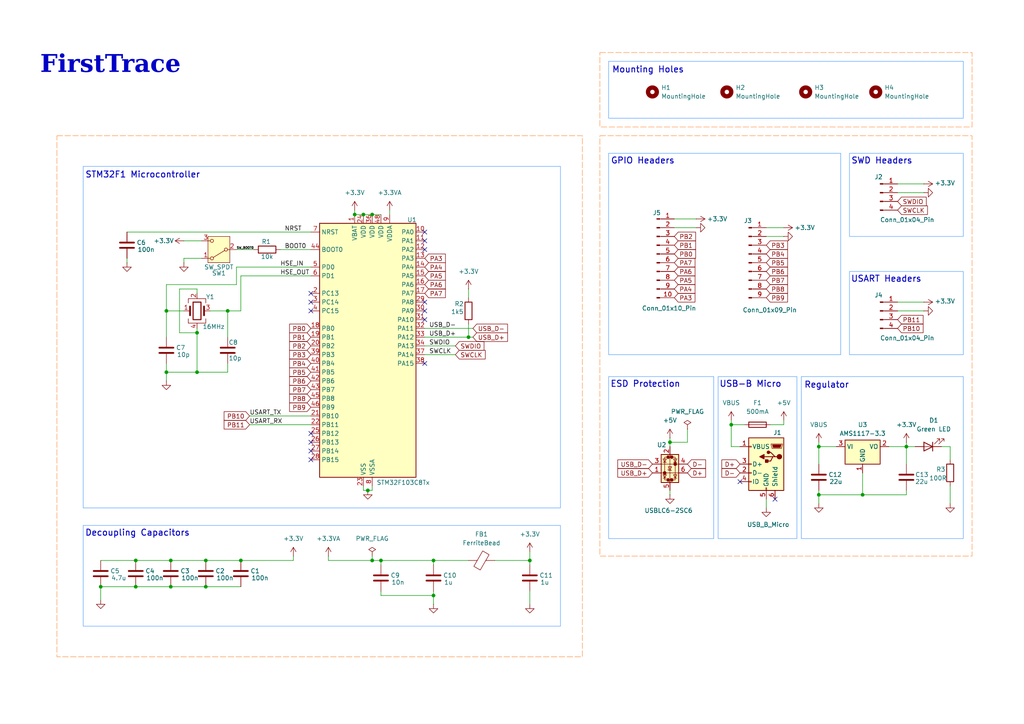
<source format=kicad_sch>
(kicad_sch (version 20231120) (generator "eeschema") (generator_version "8.0")
  (paper "A4")
  (title_block (title "FirstTrace STM32 PCB") (date "2024-10-12") (rev "1.0") (company "Nikolaos Isaak Bitsikas"))
  (lib_symbols
    (symbol "Connector:Conn_01x04_Pin" (pin_names (offset 1.016) hide)
      (property "Reference" "J" (at 0 5.08 0))
      (property "Value" "Conn_01x04_Pin" (at 0 -7.62 0))
      (symbol "Conn_01x04_Pin_1_1"
        (pin passive line (at 5.08 2.54 180) (length 3.81) (name "Pin_1") (number "1"))
        (pin passive line (at 5.08 0 180) (length 3.81) (name "Pin_2") (number "2"))
        (pin passive line (at 5.08 -2.54 180) (length 3.81) (name "Pin_3") (number "3"))
        (pin passive line (at 5.08 -5.08 180) (length 3.81) (name "Pin_4") (number "4"))
      )
    )
    (symbol "Connector:Conn_01x09_Pin" (pin_names (offset 1.016) hide)
      (property "Reference" "J" (at 0 12.7 0))
      (property "Value" "Conn_01x09_Pin" (at 0 -12.7 0))
      (symbol "Conn_01x09_Pin_1_1"
        (pin passive line (at 5.08 10.16 180) (length 3.81) (name "Pin_1") (number "1"))
        (pin passive line (at 5.08 7.62 180) (length 3.81) (name "Pin_2") (number "2"))
        (pin passive line (at 5.08 5.08 180) (length 3.81) (name "Pin_3") (number "3"))
        (pin passive line (at 5.08 2.54 180) (length 3.81) (name "Pin_4") (number "4"))
        (pin passive line (at 5.08 0 180) (length 3.81) (name "Pin_5") (number "5"))
        (pin passive line (at 5.08 -2.54 180) (length 3.81) (name "Pin_6") (number "6"))
        (pin passive line (at 5.08 -5.08 180) (length 3.81) (name "Pin_7") (number "7"))
        (pin passive line (at 5.08 -7.62 180) (length 3.81) (name "Pin_8") (number "8"))
        (pin passive line (at 5.08 -10.16 180) (length 3.81) (name "Pin_9") (number "9"))
      )
    )
    (symbol "Connector:Conn_01x10_Pin" (pin_names (offset 1.016) hide)
      (property "Reference" "J" (at 0 12.7 0))
      (property "Value" "Conn_01x10_Pin" (at 0 -15.24 0))
      (symbol "Conn_01x10_Pin_1_1"
        (pin passive line (at 5.08 10.16 180) (length 3.81) (name "Pin_1") (number "1"))
        (pin passive line (at 5.08 -12.7 180) (length 3.81) (name "Pin_10") (number "10"))
        (pin passive line (at 5.08 7.62 180) (length 3.81) (name "Pin_2") (number "2"))
        (pin passive line (at 5.08 5.08 180) (length 3.81) (name "Pin_3") (number "3"))
        (pin passive line (at 5.08 2.54 180) (length 3.81) (name "Pin_4") (number "4"))
        (pin passive line (at 5.08 0 180) (length 3.81) (name "Pin_5") (number "5"))
        (pin passive line (at 5.08 -2.54 180) (length 3.81) (name "Pin_6") (number "6"))
        (pin passive line (at 5.08 -5.08 180) (length 3.81) (name "Pin_7") (number "7"))
        (pin passive line (at 5.08 -7.62 180) (length 3.81) (name "Pin_8") (number "8"))
        (pin passive line (at 5.08 -10.16 180) (length 3.81) (name "Pin_9") (number "9"))
      )
    )
    (symbol "Connector:USB_B_Micro" (pin_names (offset 1.016))
      (property "Reference" "J" (at -5.08 11.43 0))
      (property "Value" "USB_B_Micro" (at -5.08 8.89 0))
      (symbol "USB_B_Micro_1_1"
        (pin power_out line (at 7.62 5.08 180) (length 2.54) (name "VBUS") (number "1"))
        (pin bidirectional line (at 7.62 -2.54 180) (length 2.54) (name "D-") (number "2"))
        (pin bidirectional line (at 7.62 0 180) (length 2.54) (name "D+") (number "3"))
        (pin passive line (at 7.62 -5.08 180) (length 2.54) (name "ID") (number "4"))
        (pin power_out line (at 0 -10.16 90) (length 2.54) (name "GND") (number "5"))
        (pin passive line (at -2.54 -10.16 90) (length 2.54) (name "Shield") (number "6"))
      )
    )
    (symbol "Device:C" (pin_numbers hide) (pin_names (offset 0.254))
      (property "Reference" "C" (at 0.635 2.54 0))
      (property "Value" "C" (at 0.635 -2.54 0))
      (symbol "C_1_1"
        (pin passive line (at 0 3.81 270) (length 2.794) (name "~") (number "1"))
        (pin passive line (at 0 -3.81 90) (length 2.794) (name "~") (number "2"))
      )
    )
    (symbol "Device:Crystal_GND24" (pin_names (offset 1.016) hide)
      (property "Reference" "Y" (at 3.175 5.08 0))
      (property "Value" "Crystal_GND24" (at 3.175 3.175 0))
      (symbol "Crystal_GND24_1_1"
        (pin passive line (at -3.81 0 0) (length 1.27) (name "1") (number "1"))
        (pin passive line (at 0 5.08 270) (length 1.27) (name "2") (number "2"))
        (pin passive line (at 3.81 0 180) (length 1.27) (name "3") (number "3"))
        (pin passive line (at 0 -5.08 90) (length 1.27) (name "4") (number "4"))
      )
    )
    (symbol "Device:FerriteBead" (pin_numbers hide) (pin_names (offset 0))
      (property "Reference" "FB" (at -3.81 0.635 90))
      (property "Value" "FerriteBead" (at 3.81 0 90))
      (symbol "FerriteBead_1_1"
        (pin passive line (at 0 3.81 270) (length 2.54) (name "~") (number "1"))
        (pin passive line (at 0 -3.81 90) (length 2.54) (name "~") (number "2"))
      )
    )
    (symbol "Device:Fuse" (pin_numbers hide) (pin_names (offset 0))
      (property "Reference" "F" (at 2.032 0 90))
      (property "Value" "Fuse" (at -1.905 0 90))
      (symbol "Fuse_1_1"
        (pin passive line (at 0 3.81 270) (length 1.27) (name "~") (number "1"))
        (pin passive line (at 0 -3.81 90) (length 1.27) (name "~") (number "2"))
      )
    )
    (symbol "Device:LED" (pin_numbers hide) (pin_names (offset 1.016) hide)
      (property "Reference" "D" (at 0 2.54 0))
      (property "Value" "LED" (at 0 -2.54 0))
      (symbol "LED_1_1"
        (pin passive line (at -3.81 0 0) (length 2.54) (name "K") (number "1"))
        (pin passive line (at 3.81 0 180) (length 2.54) (name "A") (number "2"))
      )
    )
    (symbol "Device:R" (pin_numbers hide) (pin_names (offset 0))
      (property "Reference" "R" (at 2.032 0 90))
      (property "Value" "R" (at 0 0 90))
      (symbol "R_1_1"
        (pin passive line (at 0 3.81 270) (length 1.27) (name "~") (number "1"))
        (pin passive line (at 0 -3.81 90) (length 1.27) (name "~") (number "2"))
      )
    )
    (symbol "MCU_ST_STM32F1:STM32F103C8Tx"
      (property "Reference" "U" (at -12.7 39.37 0))
      (property "Value" "STM32F103C8Tx" (at 10.16 39.37 0))
      (symbol "STM32F103C8Tx_1_1"
        (pin power_in line (at -2.54 40.64 270) (length 2.54) (name "VBAT") (number "1"))
        (pin bidirectional line (at 17.78 35.56 180) (length 2.54) (name "PA0") (number "10"))
        (pin bidirectional line (at 17.78 33.02 180) (length 2.54) (name "PA1") (number "11"))
        (pin bidirectional line (at 17.78 30.48 180) (length 2.54) (name "PA2") (number "12"))
        (pin bidirectional line (at 17.78 27.94 180) (length 2.54) (name "PA3") (number "13"))
        (pin bidirectional line (at 17.78 25.4 180) (length 2.54) (name "PA4") (number "14"))
        (pin bidirectional line (at 17.78 22.86 180) (length 2.54) (name "PA5") (number "15"))
        (pin bidirectional line (at 17.78 20.32 180) (length 2.54) (name "PA6") (number "16"))
        (pin bidirectional line (at 17.78 17.78 180) (length 2.54) (name "PA7") (number "17"))
        (pin bidirectional line (at -15.24 7.62 0) (length 2.54) (name "PB0") (number "18"))
        (pin bidirectional line (at -15.24 5.08 0) (length 2.54) (name "PB1") (number "19"))
        (pin bidirectional line (at -15.24 17.78 0) (length 2.54) (name "PC13") (number "2"))
        (pin bidirectional line (at -15.24 2.54 0) (length 2.54) (name "PB2") (number "20"))
        (pin bidirectional line (at -15.24 -17.78 0) (length 2.54) (name "PB10") (number "21"))
        (pin bidirectional line (at -15.24 -20.32 0) (length 2.54) (name "PB11") (number "22"))
        (pin power_in line (at 0 -38.1 90) (length 2.54) (name "VSS") (number "23"))
        (pin power_in line (at 0 40.64 270) (length 2.54) (name "VDD") (number "24"))
        (pin bidirectional line (at -15.24 -22.86 0) (length 2.54) (name "PB12") (number "25"))
        (pin bidirectional line (at -15.24 -25.4 0) (length 2.54) (name "PB13") (number "26"))
        (pin bidirectional line (at -15.24 -27.94 0) (length 2.54) (name "PB14") (number "27"))
        (pin bidirectional line (at -15.24 -30.48 0) (length 2.54) (name "PB15") (number "28"))
        (pin bidirectional line (at 17.78 15.24 180) (length 2.54) (name "PA8") (number "29"))
        (pin bidirectional line (at -15.24 15.24 0) (length 2.54) (name "PC14") (number "3"))
        (pin bidirectional line (at 17.78 12.7 180) (length 2.54) (name "PA9") (number "30"))
        (pin bidirectional line (at 17.78 10.16 180) (length 2.54) (name "PA10") (number "31"))
        (pin bidirectional line (at 17.78 7.62 180) (length 2.54) (name "PA11") (number "32"))
        (pin bidirectional line (at 17.78 5.08 180) (length 2.54) (name "PA12") (number "33"))
        (pin bidirectional line (at 17.78 2.54 180) (length 2.54) (name "PA13") (number "34"))
        (pin passive line (at 0 -38.1 90) (length 2.54) hide (name "VSS") (number "35"))
        (pin power_in line (at 2.54 40.64 270) (length 2.54) (name "VDD") (number "36"))
        (pin bidirectional line (at 17.78 0 180) (length 2.54) (name "PA14") (number "37"))
        (pin bidirectional line (at 17.78 -2.54 180) (length 2.54) (name "PA15") (number "38"))
        (pin bidirectional line (at -15.24 0 0) (length 2.54) (name "PB3") (number "39"))
        (pin bidirectional line (at -15.24 12.7 0) (length 2.54) (name "PC15") (number "4"))
        (pin bidirectional line (at -15.24 -2.54 0) (length 2.54) (name "PB4") (number "40"))
        (pin bidirectional line (at -15.24 -5.08 0) (length 2.54) (name "PB5") (number "41"))
        (pin bidirectional line (at -15.24 -7.62 0) (length 2.54) (name "PB6") (number "42"))
        (pin bidirectional line (at -15.24 -10.16 0) (length 2.54) (name "PB7") (number "43"))
        (pin input line (at -15.24 30.48 0) (length 2.54) (name "BOOT0") (number "44"))
        (pin bidirectional line (at -15.24 -12.7 0) (length 2.54) (name "PB8") (number "45"))
        (pin bidirectional line (at -15.24 -15.24 0) (length 2.54) (name "PB9") (number "46"))
        (pin passive line (at 0 -38.1 90) (length 2.54) hide (name "VSS") (number "47"))
        (pin power_in line (at 5.08 40.64 270) (length 2.54) (name "VDD") (number "48"))
        (pin bidirectional line (at -15.24 25.4 0) (length 2.54) (name "PD0") (number "5"))
        (pin bidirectional line (at -15.24 22.86 0) (length 2.54) (name "PD1") (number "6"))
        (pin input line (at -15.24 35.56 0) (length 2.54) (name "NRST") (number "7"))
        (pin power_in line (at 2.54 -38.1 90) (length 2.54) (name "VSSA") (number "8"))
        (pin power_in line (at 7.62 40.64 270) (length 2.54) (name "VDDA") (number "9"))
      )
    )
    (symbol "Mechanical:MountingHole" (pin_names (offset 1.016)) (exclude_from_sim yes) (in_bom no)
      (property "Reference" "H" (at 0 5.08 0))
      (property "Value" "MountingHole" (at 0 3.175 0))
    )
    (symbol "Power_Protection:USBLC6-2SC6" (pin_names hide)
      (property "Reference" "U" (at 0.635 5.715 0))
      (property "Value" "USBLC6-2SC6" (at 0.635 3.81 0))
      (symbol "USBLC6-2SC6_1_1"
        (pin passive line (at -5.08 0 0) (length 2.54) (name "I/O1") (number "1"))
        (pin passive line (at 0 -7.62 90) (length 2.54) (name "GND") (number "2"))
        (pin passive line (at -5.08 -2.54 0) (length 2.54) (name "I/O2") (number "3"))
        (pin passive line (at 5.08 -2.54 180) (length 2.54) (name "I/O2") (number "4"))
        (pin passive line (at 0 5.08 270) (length 2.54) (name "VBUS") (number "5"))
        (pin passive line (at 5.08 0 180) (length 2.54) (name "I/O1") (number "6"))
      )
    )
    (symbol "Regulator_Linear:AMS1117-3.3"
      (property "Reference" "U" (at -3.81 3.175 0))
      (property "Value" "AMS1117-3.3" (at 0 3.175 0))
      (symbol "AMS1117-3.3_1_1"
        (pin power_in line (at 0 -7.62 90) (length 2.54) (name "GND") (number "1"))
        (pin power_out line (at 7.62 0 180) (length 2.54) (name "VO") (number "2"))
        (pin power_in line (at -7.62 0 0) (length 2.54) (name "VI") (number "3"))
      )
    )
    (symbol "Switch:SW_SPDT" (pin_names (offset 0) hide)
      (property "Reference" "SW" (at 0 5.08 0))
      (property "Value" "SW_SPDT" (at 0 -5.08 0))
      (symbol "SW_SPDT_1_1"
        (pin passive line (at 5.08 2.54 180) (length 2.54) (name "A") (number "1"))
        (pin passive line (at -5.08 0 0) (length 2.54) (name "B") (number "2"))
        (pin passive line (at 5.08 -2.54 180) (length 2.54) (name "C") (number "3"))
      )
    )
    (symbol "power:+3.3V" (power) (pin_numbers hide) (pin_names (offset 0) hide)
      (property "Value" "+3.3V" (at 0 3.556 0))
      (symbol "+3.3V_1_1"
        (pin power_in line (at 0 0 90) (length 0) (name "~") (number "1"))
      )
    )
    (symbol "power:+3.3VA" (power) (pin_numbers hide) (pin_names (offset 0) hide)
      (property "Value" "+3.3VA" (at 0 3.556 0))
      (symbol "+3.3VA_1_1"
        (pin power_in line (at 0 0 90) (length 0) (name "~") (number "1"))
      )
    )
    (symbol "power:+5V" (power) (pin_numbers hide) (pin_names (offset 0) hide)
      (property "Value" "+5V" (at 0 3.556 0))
      (symbol "+5V_1_1"
        (pin power_in line (at 0 0 90) (length 0) (name "~") (number "1"))
      )
    )
    (symbol "power:GND" (power) (pin_numbers hide) (pin_names (offset 0) hide)
      (property "Value" "GND" (at 0 -3.81 0))
      (symbol "GND_1_1"
        (pin power_in line (at 0 0 270) (length 0) (name "~") (number "1"))
      )
    )
    (symbol "power:PWR_FLAG" (power) (pin_numbers hide) (pin_names (offset 0) hide)
      (property "Value" "PWR_FLAG" (at 0 3.81 0))
      (symbol "PWR_FLAG_0_0"
        (pin power_out line (at 0 0 90) (length 0) (name "~") (number "1"))
      )
    )
    (symbol "power:VBUS" (power) (pin_numbers hide) (pin_names (offset 0) hide)
      (property "Value" "VBUS" (at 0 3.556 0))
      (symbol "VBUS_1_1"
        (pin power_in line (at 0 0 90) (length 0) (name "~") (number "1"))
      )
    )
  )
  (junction (at 49.53 162.56))
  (junction (at 237.49 143.51))
  (junction (at 105.41 62.23))
  (junction (at 194.31 128.27))
  (junction (at 135.89 97.79))
  (junction (at 262.89 129.54))
  (junction (at 125.73 172.72))
  (junction (at 59.69 170.18))
  (junction (at 106.68 142.24))
  (junction (at 66.04 90.17))
  (junction (at 39.37 162.56))
  (junction (at 57.15 96.52))
  (junction (at 48.26 90.17))
  (junction (at 250.19 143.51))
  (junction (at 107.95 62.23))
  (junction (at 237.49 129.54))
  (junction (at 125.73 162.56))
  (junction (at 102.87 62.23))
  (junction (at 59.69 162.56))
  (junction (at 39.37 170.18))
  (junction (at 48.26 107.95))
  (junction (at 29.21 170.18))
  (junction (at 212.09 123.19))
  (junction (at 110.49 162.56))
  (junction (at 153.67 162.56))
  (junction (at 69.85 162.56))
  (junction (at 107.95 162.56))
  (junction (at 49.53 170.18))
  (junction (at 57.15 107.95))
  (no_connect (at 90.17 90.17))
  (no_connect (at 214.63 139.7))
  (no_connect (at 123.19 92.71))
  (no_connect (at 123.19 67.31))
  (no_connect (at 90.17 85.09))
  (no_connect (at 224.79 144.78))
  (no_connect (at 123.19 72.39))
  (no_connect (at 90.17 125.73))
  (no_connect (at 90.17 133.35))
  (no_connect (at 90.17 87.63))
  (no_connect (at 123.19 105.41))
  (no_connect (at 90.17 128.27))
  (no_connect (at 90.17 130.81))
  (no_connect (at 123.19 87.63))
  (no_connect (at 123.19 69.85))
  (no_connect (at 123.19 90.17))
  (wire (pts (xy 53.34 69.85) (xy 58.42 69.85)))
  (wire (pts (xy 53.34 90.17) (xy 48.26 90.17)))
  (wire (pts (xy 107.95 161.29) (xy 107.95 162.56)))
  (wire (pts (xy 135.89 97.79) (xy 137.16 97.79)))
  (wire (pts (xy 227.33 121.92) (xy 227.33 123.19)))
  (wire (pts (xy 199.39 128.27) (xy 194.31 128.27)))
  (wire (pts (xy 262.89 142.24) (xy 262.89 143.51)))
  (wire (pts (xy 250.19 137.16) (xy 250.19 143.51)))
  (wire (pts (xy 69.85 80.01) (xy 90.17 80.01)))
  (wire (pts (xy 237.49 128.27) (xy 237.49 129.54)))
  (wire (pts (xy 48.26 105.41) (xy 48.26 107.95)))
  (wire (pts (xy 135.89 93.98) (xy 135.89 97.79)))
  (wire (pts (xy 125.73 162.56) (xy 135.89 162.56)))
  (wire (pts (xy 107.95 142.24) (xy 106.68 142.24)))
  (wire (pts (xy 110.49 162.56) (xy 125.73 162.56)))
  (wire (pts (xy 275.59 140.97) (xy 275.59 146.05)))
  (wire (pts (xy 95.25 162.56) (xy 107.95 162.56)))
  (wire (pts (xy 194.31 127) (xy 194.31 128.27)))
  (wire (pts (xy 72.39 123.19) (xy 90.17 123.19)))
  (wire (pts (xy 102.87 62.23) (xy 105.41 62.23)))
  (wire (pts (xy 29.21 170.18) (xy 39.37 170.18)))
  (wire (pts (xy 195.58 66.04) (xy 201.93 66.04)))
  (wire (pts (xy 250.19 143.51) (xy 237.49 143.51)))
  (wire (pts (xy 125.73 172.72) (xy 125.73 175.26)))
  (wire (pts (xy 105.41 142.24) (xy 106.68 142.24)))
  (wire (pts (xy 153.67 171.45) (xy 153.67 175.26)))
  (wire (pts (xy 123.19 97.79) (xy 135.89 97.79)))
  (wire (pts (xy 57.15 95.25) (xy 57.15 96.52)))
  (wire (pts (xy 107.95 162.56) (xy 110.49 162.56)))
  (wire (pts (xy 212.09 123.19) (xy 212.09 129.54)))
  (wire (pts (xy 68.58 72.39) (xy 73.66 72.39)))
  (wire (pts (xy 267.97 53.34) (xy 260.35 53.34)))
  (wire (pts (xy 143.51 162.56) (xy 153.67 162.56)))
  (wire (pts (xy 267.97 87.63) (xy 260.35 87.63)))
  (wire (pts (xy 52.07 83.82) (xy 57.15 83.82)))
  (wire (pts (xy 125.73 163.83) (xy 125.73 162.56)))
  (wire (pts (xy 227.33 123.19) (xy 223.52 123.19)))
  (wire (pts (xy 105.41 62.23) (xy 107.95 62.23)))
  (wire (pts (xy 110.49 172.72) (xy 125.73 172.72)))
  (wire (pts (xy 53.34 74.93) (xy 53.34 76.2)))
  (wire (pts (xy 66.04 107.95) (xy 57.15 107.95)))
  (wire (pts (xy 212.09 121.92) (xy 212.09 123.19)))
  (wire (pts (xy 68.58 77.47) (xy 68.58 82.55)))
  (wire (pts (xy 81.28 72.39) (xy 90.17 72.39)))
  (wire (pts (xy 59.69 162.56) (xy 69.85 162.56)))
  (wire (pts (xy 153.67 160.02) (xy 153.67 162.56)))
  (wire (pts (xy 85.09 161.29) (xy 85.09 162.56)))
  (wire (pts (xy 135.89 83.82) (xy 135.89 86.36)))
  (wire (pts (xy 123.19 102.87) (xy 132.08 102.87)))
  (wire (pts (xy 29.21 170.18) (xy 29.21 173.99)))
  (wire (pts (xy 212.09 123.19) (xy 215.9 123.19)))
  (wire (pts (xy 57.15 96.52) (xy 57.15 107.95)))
  (wire (pts (xy 262.89 128.27) (xy 262.89 129.54)))
  (wire (pts (xy 262.89 129.54) (xy 262.89 134.62)))
  (wire (pts (xy 222.25 66.04) (xy 227.33 66.04)))
  (wire (pts (xy 260.35 90.17) (xy 267.97 90.17)))
  (wire (pts (xy 57.15 85.09) (xy 57.15 83.82)))
  (wire (pts (xy 262.89 129.54) (xy 265.43 129.54)))
  (wire (pts (xy 48.26 82.55) (xy 68.58 82.55)))
  (wire (pts (xy 105.41 140.97) (xy 105.41 142.24)))
  (wire (pts (xy 195.58 63.5) (xy 201.93 63.5)))
  (wire (pts (xy 242.57 129.54) (xy 237.49 129.54)))
  (wire (pts (xy 107.95 140.97) (xy 107.95 142.24)))
  (wire (pts (xy 123.19 95.25) (xy 137.16 95.25)))
  (wire (pts (xy 273.05 129.54) (xy 275.59 129.54)))
  (wire (pts (xy 66.04 90.17) (xy 66.04 97.79)))
  (wire (pts (xy 36.83 67.31) (xy 90.17 67.31)))
  (wire (pts (xy 212.09 129.54) (xy 214.63 129.54)))
  (wire (pts (xy 194.31 142.24) (xy 194.31 143.51)))
  (wire (pts (xy 110.49 172.72) (xy 110.49 171.45)))
  (wire (pts (xy 262.89 143.51) (xy 250.19 143.51)))
  (wire (pts (xy 69.85 90.17) (xy 69.85 80.01)))
  (wire (pts (xy 60.96 90.17) (xy 66.04 90.17)))
  (wire (pts (xy 257.81 129.54) (xy 262.89 129.54)))
  (wire (pts (xy 52.07 96.52) (xy 57.15 96.52)))
  (wire (pts (xy 72.39 120.65) (xy 90.17 120.65)))
  (wire (pts (xy 110.49 163.83) (xy 110.49 162.56)))
  (wire (pts (xy 123.19 100.33) (xy 132.08 100.33)))
  (wire (pts (xy 48.26 82.55) (xy 48.26 90.17)))
  (wire (pts (xy 39.37 162.56) (xy 49.53 162.56)))
  (wire (pts (xy 102.87 60.96) (xy 102.87 62.23)))
  (wire (pts (xy 48.26 107.95) (xy 48.26 110.49)))
  (wire (pts (xy 66.04 90.17) (xy 69.85 90.17)))
  (wire (pts (xy 222.25 68.58) (xy 227.33 68.58)))
  (wire (pts (xy 57.15 107.95) (xy 48.26 107.95)))
  (wire (pts (xy 194.31 128.27) (xy 194.31 129.54)))
  (wire (pts (xy 125.73 171.45) (xy 125.73 172.72)))
  (wire (pts (xy 237.49 143.51) (xy 237.49 146.05)))
  (wire (pts (xy 48.26 90.17) (xy 48.26 97.79)))
  (wire (pts (xy 107.95 62.23) (xy 110.49 62.23)))
  (wire (pts (xy 95.25 161.29) (xy 95.25 162.56)))
  (wire (pts (xy 52.07 83.82) (xy 52.07 96.52)))
  (wire (pts (xy 275.59 129.54) (xy 275.59 133.35)))
  (wire (pts (xy 29.21 162.56) (xy 39.37 162.56)))
  (wire (pts (xy 237.49 142.24) (xy 237.49 143.51)))
  (wire (pts (xy 237.49 129.54) (xy 237.49 134.62)))
  (wire (pts (xy 39.37 170.18) (xy 49.53 170.18)))
  (wire (pts (xy 53.34 74.93) (xy 58.42 74.93)))
  (wire (pts (xy 113.03 60.96) (xy 113.03 62.23)))
  (wire (pts (xy 69.85 162.56) (xy 85.09 162.56)))
  (wire (pts (xy 66.04 105.41) (xy 66.04 107.95)))
  (wire (pts (xy 49.53 162.56) (xy 59.69 162.56)))
  (wire (pts (xy 199.39 124.46) (xy 199.39 128.27)))
  (wire (pts (xy 49.53 170.18) (xy 59.69 170.18)))
  (wire (pts (xy 90.17 77.47) (xy 68.58 77.47)))
  (wire (pts (xy 153.67 163.83) (xy 153.67 162.56)))
  (wire (pts (xy 59.69 170.18) (xy 69.85 170.18)))
  (wire (pts (xy 260.35 55.88) (xy 267.97 55.88)))
  (wire (pts (xy 222.25 144.78) (xy 222.25 147.32)))
  (wire (pts (xy 36.83 74.93) (xy 36.83 76.2)))
  (rectangle (start 246.38 44.45) (end 279.4 68.58) (stroke (width 0) (color 90 162 255 1)))
  (rectangle (start 232.41 109.22) (end 279.4 156.21) (stroke (width 0) (color 90 162 255 1)))
  (rectangle (start 16.51 39.37) (end 168.91 190.5) (stroke (width 0) (type dash) (color 255 148 70 1)))
  (rectangle (start 173.99 39.37) (end 281.94 161.29) (stroke (width 0) (type dash) (color 255 148 70 1)))
  (rectangle (start 176.53 17.78) (end 279.4 34.29) (stroke (width 0) (color 90 162 255 1)))
  (rectangle (start 208.28 109.22) (end 231.14 156.21) (stroke (width 0) (color 90 162 255 1)))
  (rectangle (start 176.53 109.22) (end 207.01 156.21) (stroke (width 0) (color 90 162 255 1)))
  (rectangle (start 246.38 78.74) (end 279.4 102.87) (stroke (width 0) (color 90 162 255 1)))
  (rectangle (start 173.99 15.24) (end 281.94 36.83) (stroke (width 0) (type dash) (color 255 148 70 1)))
  (rectangle (start 24.13 48.26) (end 162.56 147.32) (stroke (width 0) (color 90 162 255 1)))
  (rectangle (start 24.13 152.4) (end 162.56 181.61) (stroke (width 0) (color 90 162 255 1)))
  (rectangle (start 176.53 44.45) (end 243.84 102.87) (stroke (width 0) (color 90 162 255 1)))
  (text "FirstTrace " (at 33.274 20.32 0) (effects (font (size 5.08 5.08) (thickness 0.254) (bold yes))))
  (text "STM32F1 Microcontroller" (at 41.402 50.8 0) (effects (font (size 1.778 1.778) (thickness 0.254) (bold yes))))
  (text "SWD Headers" (at 255.778 46.736 0) (effects (font (size 1.778 1.778) (thickness 0.254) (bold yes))))
  (text "USART Headers" (at 257.048 81.026 0) (effects (font (size 1.778 1.778) (thickness 0.254) (bold yes))))
  (text "GPIO Headers" (at 186.436 46.736 0) (effects (font (size 1.778 1.778) (thickness 0.254) (bold yes))))
  (text "Regulator\n" (at 239.776 111.76 0) (effects (font (size 1.778 1.778) (thickness 0.254) (bold yes))))
  (text "Decoupling Capacitors" (at 39.878 154.686 0) (effects (font (size 1.778 1.778) (thickness 0.254) (bold yes))))
  (text "USB-B Micro\n" (at 217.678 111.506 0) (effects (font (size 1.778 1.778) (thickness 0.254) (bold yes))))
  (text "ESD Protection\n" (at 187.198 111.506 0) (effects (font (size 1.778 1.778) (thickness 0.254) (bold yes))))
  (text "Mounting Holes" (at 187.96 20.32 0) (effects (font (size 1.778 1.778) (thickness 0.254) (bold yes))))
  (label "USB_D+" (at 124.46 97.79 0))
  (label "HSE_OUT" (at 81.28 80.01 0))
  (label "SW_BOOT0" (at 68.58 72.39 0) (effects (font (size 0.635 0.635))))
  (label "NRST" (at 82.55 67.31 0))
  (label "HSE_IN" (at 81.28 77.47 0))
  (label "USART_TX" (at 72.39 120.65 0))
  (label "SWCLK" (at 124.46 102.87 0))
  (label "USB_D-" (at 124.46 95.25 0))
  (label "USART_RX" (at 72.39 123.19 0))
  (label "SWDIO" (at 124.46 100.33 0))
  (label "BOOT0" (at 82.55 72.39 0))
  (global_label "USB_D+" (shape input) (at 137.16 97.79 0) (property "Intersheetrefs" "${INTERSHEET_REFS}" (effects (hide yes))))
  (global_label "PA5" (shape input) (at 195.58 81.28 0) (property "Intersheetrefs" "${INTERSHEET_REFS}" (effects (hide yes))))
  (global_label "D+" (shape input) (at 214.63 134.62 180) (property "Intersheetrefs" "${INTERSHEET_REFS}" (effects (hide yes))))
  (global_label "PA4" (shape input) (at 123.19 77.47 0) (property "Intersheetrefs" "${INTERSHEET_REFS}" (effects (hide yes))))
  (global_label "USB_D+" (shape input) (at 189.23 137.16 180) (property "Intersheetrefs" "${INTERSHEET_REFS}" (effects (hide yes))))
  (global_label "PB6" (shape input) (at 222.25 78.74 0) (property "Intersheetrefs" "${INTERSHEET_REFS}" (effects (hide yes))))
  (global_label "PB9" (shape input) (at 90.17 118.11 180) (property "Intersheetrefs" "${INTERSHEET_REFS}" (effects (hide yes))))
  (global_label "PA7" (shape input) (at 195.58 76.2 0) (property "Intersheetrefs" "${INTERSHEET_REFS}" (effects (hide yes))))
  (global_label "PB4" (shape input) (at 222.25 73.66 0) (property "Intersheetrefs" "${INTERSHEET_REFS}" (effects (hide yes))))
  (global_label "PB2" (shape input) (at 195.58 68.58 0) (property "Intersheetrefs" "${INTERSHEET_REFS}" (effects (hide yes))))
  (global_label "PB3" (shape input) (at 90.17 102.87 180) (property "Intersheetrefs" "${INTERSHEET_REFS}" (effects (hide yes))))
  (global_label "PB2" (shape input) (at 90.17 100.33 180) (property "Intersheetrefs" "${INTERSHEET_REFS}" (effects (hide yes))))
  (global_label "PB11" (shape input) (at 260.35 92.71 0) (property "Intersheetrefs" "${INTERSHEET_REFS}" (effects (hide yes))))
  (global_label "PB5" (shape input) (at 90.17 107.95 180) (property "Intersheetrefs" "${INTERSHEET_REFS}" (effects (hide yes))))
  (global_label "PB11" (shape input) (at 72.39 123.19 180) (property "Intersheetrefs" "${INTERSHEET_REFS}" (effects (hide yes))))
  (global_label "USB_D-" (shape input) (at 189.23 134.62 180) (property "Intersheetrefs" "${INTERSHEET_REFS}" (effects (hide yes))))
  (global_label "PB0" (shape input) (at 90.17 95.25 180) (property "Intersheetrefs" "${INTERSHEET_REFS}" (effects (hide yes))))
  (global_label "PB6" (shape input) (at 90.17 110.49 180) (property "Intersheetrefs" "${INTERSHEET_REFS}" (effects (hide yes))))
  (global_label "PB5" (shape input) (at 222.25 76.2 0) (property "Intersheetrefs" "${INTERSHEET_REFS}" (effects (hide yes))))
  (global_label "PB3" (shape input) (at 222.25 71.12 0) (property "Intersheetrefs" "${INTERSHEET_REFS}" (effects (hide yes))))
  (global_label "PB9" (shape input) (at 222.25 86.36 0) (property "Intersheetrefs" "${INTERSHEET_REFS}" (effects (hide yes))))
  (global_label "PB10" (shape input) (at 260.35 95.25 0) (property "Intersheetrefs" "${INTERSHEET_REFS}" (effects (hide yes))))
  (global_label "PB7" (shape input) (at 222.25 81.28 0) (property "Intersheetrefs" "${INTERSHEET_REFS}" (effects (hide yes))))
  (global_label "PB7" (shape input) (at 90.17 113.03 180) (property "Intersheetrefs" "${INTERSHEET_REFS}" (effects (hide yes))))
  (global_label "SWDIO" (shape input) (at 132.08 100.33 0) (property "Intersheetrefs" "${INTERSHEET_REFS}" (effects (hide yes))))
  (global_label "SWCLK" (shape input) (at 260.35 60.96 0) (property "Intersheetrefs" "${INTERSHEET_REFS}" (effects (hide yes))))
  (global_label "PB1" (shape input) (at 90.17 97.79 180) (property "Intersheetrefs" "${INTERSHEET_REFS}" (effects (hide yes))))
  (global_label "D-" (shape input) (at 199.39 134.62 0) (property "Intersheetrefs" "${INTERSHEET_REFS}" (effects (hide yes))))
  (global_label "PA4" (shape input) (at 195.58 83.82 0) (property "Intersheetrefs" "${INTERSHEET_REFS}" (effects (hide yes))))
  (global_label "PA3" (shape input) (at 123.19 74.93 0) (property "Intersheetrefs" "${INTERSHEET_REFS}" (effects (hide yes))))
  (global_label "PA7" (shape input) (at 123.19 85.09 0) (property "Intersheetrefs" "${INTERSHEET_REFS}" (effects (hide yes))))
  (global_label "SWDIO" (shape input) (at 260.35 58.42 0) (property "Intersheetrefs" "${INTERSHEET_REFS}" (effects (hide yes))))
  (global_label "PA6" (shape input) (at 195.58 78.74 0) (property "Intersheetrefs" "${INTERSHEET_REFS}" (effects (hide yes))))
  (global_label "PB10" (shape input) (at 72.39 120.65 180) (property "Intersheetrefs" "${INTERSHEET_REFS}" (effects (hide yes))))
  (global_label "PA3" (shape input) (at 195.58 86.36 0) (property "Intersheetrefs" "${INTERSHEET_REFS}" (effects (hide yes))))
  (global_label "D-" (shape input) (at 214.63 137.16 180) (property "Intersheetrefs" "${INTERSHEET_REFS}" (effects (hide yes))))
  (global_label "PA6" (shape input) (at 123.19 82.55 0) (property "Intersheetrefs" "${INTERSHEET_REFS}" (effects (hide yes))))
  (global_label "D+" (shape input) (at 199.39 137.16 0) (property "Intersheetrefs" "${INTERSHEET_REFS}" (effects (hide yes))))
  (global_label "PA5" (shape input) (at 123.19 80.01 0) (property "Intersheetrefs" "${INTERSHEET_REFS}" (effects (hide yes))))
  (global_label "USB_D-" (shape input) (at 137.16 95.25 0) (property "Intersheetrefs" "${INTERSHEET_REFS}" (effects (hide yes))))
  (global_label "SWCLK" (shape input) (at 132.08 102.87 0) (property "Intersheetrefs" "${INTERSHEET_REFS}" (effects (hide yes))))
  (global_label "PB4" (shape input) (at 90.17 105.41 180) (property "Intersheetrefs" "${INTERSHEET_REFS}" (effects (hide yes))))
  (global_label "PB0" (shape input) (at 195.58 73.66 0) (property "Intersheetrefs" "${INTERSHEET_REFS}" (effects (hide yes))))
  (global_label "PB8" (shape input) (at 90.17 115.57 180) (property "Intersheetrefs" "${INTERSHEET_REFS}" (effects (hide yes))))
  (global_label "PB1" (shape input) (at 195.58 71.12 0) (property "Intersheetrefs" "${INTERSHEET_REFS}" (effects (hide yes))))
  (global_label "PB8" (shape input) (at 222.25 83.82 0) (property "Intersheetrefs" "${INTERSHEET_REFS}" (effects (hide yes))))
  (symbol (lib_id "power:GND") (at 125.73 175.26 0) (unit 1)
    (property "Reference" "#PWR09" (effects (hide yes)))
    (property "Value" "GND" (effects (hide yes)))
    (property "Description" "Power symbol creates a global label with name \"GND\" , ground" (effects (hide yes)))
  )
  (symbol (lib_id "power:+3.3V") (at 102.87 60.96 0) (unit 1)
    (property "Reference" "#PWR026" (effects (hide yes)))
    (property "Value" "+3.3V" (at 102.87 55.88 0))
    (property "Description" "Power symbol creates a global label with name \"+3.3V\"" (effects (hide yes)))
  )
  (symbol (lib_id "Device:C") (at 49.53 166.37 0) (unit 1)
    (property "Reference" "C3" (at 52.324 165.608 0) (effects (justify left)))
    (property "Value" "100n" (at 52.578 167.64 0) (effects (justify left)))
    (property "Footprint" "Capacitor_SMD:C_0402_1005Metric" (effects (hide yes)))
    (property "Description" "Unpolarized capacitor" (effects (hide yes)))
  )
  (symbol (lib_id "Device:C") (at 48.26 101.6 0) (unit 1)
    (property "Reference" "C7" (at 51.054 100.838 0) (effects (justify left)))
    (property "Value" "10p" (at 51.308 102.87 0) (effects (justify left)))
    (property "Footprint" "Capacitor_SMD:C_0402_1005Metric" (effects (hide yes)))
    (property "Description" "Unpolarized capacitor" (effects (hide yes)))
  )
  (symbol (lib_id "power:GND") (at 153.67 175.26 0) (unit 1)
    (property "Reference" "#PWR010" (effects (hide yes)))
    (property "Value" "GND" (effects (hide yes)))
    (property "Description" "Power symbol creates a global label with name \"GND\" , ground" (effects (hide yes)))
  )
  (symbol (lib_id "Device:C") (at 237.49 138.43 0) (unit 1)
    (property "Reference" "C12" (at 240.284 137.668 0) (effects (justify left)))
    (property "Value" "22u" (at 240.538 139.7 0) (effects (justify left)))
    (property "Footprint" "Capacitor_SMD:C_0805_2012Metric" (effects (hide yes)))
    (property "Description" "Unpolarized capacitor" (effects (hide yes)))
  )
  (symbol (lib_id "power:+3.3V") (at 135.89 83.82 0) (unit 1)
    (property "Reference" "#PWR019" (effects (hide yes)))
    (property "Value" "+3.3V" (at 135.89 78.74 0))
    (property "Description" "Power symbol creates a global label with name \"+3.3V\"" (effects (hide yes)))
  )
  (symbol (lib_id "Device:LED") (at 269.24 129.54 180) (unit 1)
    (property "Reference" "D1" (at 270.8275 121.92 0))
    (property "Value" "Green LED" (at 270.8275 124.46 0))
    (property "Footprint" "LED_SMD:LED_0603_1608Metric" (effects (hide yes)))
    (property "Description" "Light emitting diode" (effects (hide yes)))
  )
  (symbol (lib_id "Connector:Conn_01x09_Pin") (at 217.17 76.2 0) (unit 1)
    (property "Reference" "J3" (at 216.916 64.008 0))
    (property "Value" "Conn_01x09_Pin" (at 223.266 89.916 0))
    (property "Footprint" "Connector_PinHeader_2.54mm:PinHeader_1x09_P2.54mm_Vertical" (effects (hide yes)))
    (property "Description" "Generic connector, single row, 01x09, script generated" (effects (hide yes)))
  )
  (symbol (lib_id "power:+3.3V") (at 267.97 53.34 270) (mirror x) (unit 1)
    (property "Reference" "#PWR021" (effects (hide yes)))
    (property "Value" "+3.3V" (at 274.066 53.086 90))
    (property "Description" "Power symbol creates a global label with name \"+3.3V\"" (effects (hide yes)))
  )
  (symbol (lib_id "power:GND") (at 227.33 68.58 90) (unit 1)
    (property "Reference" "#PWR023" (effects (hide yes)))
    (property "Value" "GND" (effects (hide yes)))
    (property "Description" "Power symbol creates a global label with name \"GND\" , ground" (effects (hide yes)))
  )
  (symbol (lib_id "Device:C") (at 153.67 167.64 0) (unit 1)
    (property "Reference" "C11" (at 156.464 166.878 0) (effects (justify left)))
    (property "Value" "1u" (at 156.718 168.91 0) (effects (justify left)))
    (property "Footprint" "Capacitor_SMD:C_0402_1005Metric" (effects (hide yes)))
    (property "Description" "Unpolarized capacitor" (effects (hide yes)))
  )
  (symbol (lib_id "power:GND") (at 201.93 66.04 90) (unit 1)
    (property "Reference" "#PWR031" (effects (hide yes)))
    (property "Value" "GND" (effects (hide yes)))
    (property "Description" "Power symbol creates a global label with name \"GND\" , ground" (effects (hide yes)))
  )
  (symbol (lib_id "power:+5V") (at 227.33 121.92 0) (unit 1)
    (property "Reference" "#PWR029" (effects (hide yes)))
    (property "Value" "+5V" (at 227.33 116.84 0))
    (property "Description" "Power symbol creates a global label with name \"+5V\"" (effects (hide yes)))
  )
  (symbol (lib_id "power:GND") (at 267.97 55.88 90) (mirror x) (unit 1)
    (property "Reference" "#PWR020" (effects (hide yes)))
    (property "Value" "GND" (effects (hide yes)))
    (property "Description" "Power symbol creates a global label with name \"GND\" , ground" (effects (hide yes)))
  )
  (symbol (lib_id "power:VBUS") (at 237.49 128.27 0) (unit 1)
    (property "Reference" "#PWR017" (effects (hide yes)))
    (property "Value" "VBUS" (at 237.49 123.19 0))
    (property "Description" "Power symbol creates a global label with name \"VBUS\"" (effects (hide yes)))
  )
  (symbol (lib_id "Connector:USB_B_Micro") (at 222.25 134.62 0) (mirror y) (unit 1)
    (property "Reference" "J1" (at 224.282 125.476 0) (effects (justify right)))
    (property "Value" "USB_B_Micro" (at 216.662 152.146 0) (effects (justify right)))
    (property "Footprint" "Connector_USB:USB_Micro-B_Wuerth_629105150521" (effects (hide yes)))
    (property "Description" "USB Micro Type B connector" (effects (hide yes)))
  )
  (symbol (lib_id "power:+3.3V") (at 153.67 160.02 0) (unit 1)
    (property "Reference" "#PWR011" (effects (hide yes)))
    (property "Value" "+3.3V" (at 153.67 154.94 0))
    (property "Description" "Power symbol creates a global label with name \"+3.3V\"" (effects (hide yes)))
  )
  (symbol (lib_id "Device:R") (at 77.47 72.39 90) (unit 1)
    (property "Reference" "R1" (at 77.216 70.104 90))
    (property "Value" "10k" (at 77.47 74.422 90))
    (property "Footprint" "Resistor_SMD:R_0402_1005Metric" (effects (hide yes)))
    (property "Description" "Resistor" (effects (hide yes)))
  )
  (symbol (lib_id "power:+3.3V") (at 262.89 128.27 0) (unit 1)
    (property "Reference" "#PWR018" (effects (hide yes)))
    (property "Value" "+3.3V" (at 262.89 123.19 0))
    (property "Description" "Power symbol creates a global label with name \"+3.3V\"" (effects (hide yes)))
  )
  (symbol (lib_id "Device:C") (at 29.21 166.37 0) (unit 1)
    (property "Reference" "C5" (at 32.004 165.608 0) (effects (justify left)))
    (property "Value" "4.7u" (at 32.258 167.64 0) (effects (justify left)))
    (property "Footprint" "Capacitor_SMD:C_0603_1608Metric" (effects (hide yes)))
    (property "Description" "Unpolarized capacitor" (effects (hide yes)))
  )
  (symbol (lib_id "Connector:Conn_01x04_Pin") (at 255.27 55.88 0) (unit 1)
    (property "Reference" "J2" (at 256.032 51.308 0) (effects (justify right)))
    (property "Value" "Conn_01x04_Pin" (at 271.018 63.754 0) (effects (justify right)))
    (property "Footprint" "Connector_PinHeader_2.54mm:PinHeader_1x04_P2.54mm_Vertical" (effects (hide yes)))
    (property "Description" "Generic connector, single row, 01x04, script generated" (effects (hide yes)))
  )
  (symbol (lib_id "power:+3.3V") (at 267.97 87.63 270) (mirror x) (unit 1)
    (property "Reference" "#PWR024" (effects (hide yes)))
    (property "Value" "+3.3V" (at 274.066 87.376 90))
    (property "Description" "Power symbol creates a global label with name \"+3.3V\"" (effects (hide yes)))
  )
  (symbol (lib_id "Device:C") (at 36.83 71.12 0) (unit 1)
    (property "Reference" "C6" (at 39.624 70.358 0) (effects (justify left)))
    (property "Value" "100n" (at 39.878 72.39 0) (effects (justify left)))
    (property "Footprint" "Capacitor_SMD:C_0402_1005Metric" (effects (hide yes)))
    (property "Description" "Unpolarized capacitor" (effects (hide yes)))
  )
  (symbol (lib_id "Mechanical:MountingHole") (at 233.68 26.67 0) (unit 1) (exclude_from_sim yes) (in_bom no)
    (property "Reference" "H3" (at 236.22 25.3999 0) (effects (justify left)))
    (property "Value" "MountingHole" (at 236.22 27.9399 0) (effects (justify left)))
    (property "Footprint" "MountingHole:MountingHole_2.2mm_M2" (effects (hide yes)))
    (property "Description" "Mounting Hole without connection" (effects (hide yes)))
  )
  (symbol (lib_id "Device:C") (at 69.85 166.37 0) (unit 1)
    (property "Reference" "C1" (at 72.644 165.608 0) (effects (justify left)))
    (property "Value" "100n" (at 72.898 167.64 0) (effects (justify left)))
    (property "Footprint" "Capacitor_SMD:C_0402_1005Metric" (effects (hide yes)))
    (property "Description" "Unpolarized capacitor" (effects (hide yes)))
  )
  (symbol (lib_id "power:GND") (at 29.21 173.99 0) (unit 1)
    (property "Reference" "#PWR03" (effects (hide yes)))
    (property "Value" "GND" (effects (hide yes)))
    (property "Description" "Power symbol creates a global label with name \"GND\" , ground" (effects (hide yes)))
  )
  (symbol (lib_id "power:VBUS") (at 212.09 121.92 0) (unit 1)
    (property "Reference" "#PWR016" (effects (hide yes)))
    (property "Value" "VBUS" (at 212.09 116.84 0))
    (property "Description" "Power symbol creates a global label with name \"VBUS\"" (effects (hide yes)))
  )
  (symbol (lib_id "Device:R") (at 135.89 90.17 0) (unit 1)
    (property "Reference" "R2" (at 131.826 88.138 0) (effects (justify left)))
    (property "Value" "1k5" (at 130.81 90.424 0) (effects (justify left)))
    (property "Footprint" "Resistor_SMD:R_0402_1005Metric" (effects (hide yes)))
    (property "Description" "Resistor" (effects (hide yes)))
  )
  (symbol (lib_id "Mechanical:MountingHole") (at 189.23 26.67 0) (unit 1) (exclude_from_sim yes) (in_bom no)
    (property "Reference" "H1" (at 191.77 25.3999 0) (effects (justify left)))
    (property "Value" "MountingHole" (at 191.77 27.9399 0) (effects (justify left)))
    (property "Footprint" "MountingHole:MountingHole_2.2mm_M2" (effects (hide yes)))
    (property "Description" "Mounting Hole without connection" (effects (hide yes)))
  )
  (symbol (lib_id "power:+3.3V") (at 53.34 69.85 90) (mirror x) (unit 1)
    (property "Reference" "#PWR06" (effects (hide yes)))
    (property "Value" "+3.3V" (at 47.498 69.85 90))
    (property "Description" "Power symbol creates a global label with name \"+3.3V\"" (effects (hide yes)))
  )
  (symbol (lib_id "power:GND") (at 36.83 76.2 0) (unit 1)
    (property "Reference" "#PWR04" (effects (hide yes)))
    (property "Value" "GND" (effects (hide yes)))
    (property "Description" "Power symbol creates a global label with name \"GND\" , ground" (effects (hide yes)))
  )
  (symbol (lib_id "power:GND") (at 53.34 76.2 0) (unit 1)
    (property "Reference" "#PWR05" (effects (hide yes)))
    (property "Value" "GND" (effects (hide yes)))
    (property "Description" "Power symbol creates a global label with name \"GND\" , ground" (effects (hide yes)))
  )
  (symbol (lib_id "Regulator_Linear:AMS1117-3.3") (at 250.19 129.54 0) (unit 1)
    (property "Reference" "U3" (at 250.19 123.19 0))
    (property "Value" "AMS1117-3.3" (at 250.19 125.73 0))
    (property "Footprint" "Package_TO_SOT_SMD:SOT-223-3_TabPin2" (effects (hide yes)))
    (property "Datasheet" "http://www.advanced-monolithic.com/pdf/ds1117.pdf" (effects (hide yes)))
    (property "Description" "1A Low Dropout regulator, positive, 3.3V fixed output, SOT-223" (effects (hide yes)))
  )
  (symbol (lib_id "Device:C") (at 59.69 166.37 0) (unit 1)
    (property "Reference" "C2" (at 62.484 165.608 0) (effects (justify left)))
    (property "Value" "100n" (at 62.738 167.64 0) (effects (justify left)))
    (property "Footprint" "Capacitor_SMD:C_0402_1005Metric" (effects (hide yes)))
    (property "Description" "Unpolarized capacitor" (effects (hide yes)))
  )
  (symbol (lib_id "power:GND") (at 222.25 147.32 0) (unit 1)
    (property "Reference" "#PWR015" (effects (hide yes)))
    (property "Value" "GND" (effects (hide yes)))
    (property "Description" "Power symbol creates a global label with name \"GND\" , ground" (effects (hide yes)))
  )
  (symbol (lib_id "Device:Fuse") (at 219.71 123.19 90) (unit 1)
    (property "Reference" "F1" (at 219.71 116.84 90))
    (property "Value" "500mA" (at 219.71 119.38 90))
    (property "Footprint" "Fuse:Fuse_0402_1005Metric" (effects (hide yes)))
    (property "Description" "Fuse" (effects (hide yes)))
  )
  (symbol (lib_id "Device:C") (at 110.49 167.64 0) (unit 1)
    (property "Reference" "C9" (at 113.284 166.878 0) (effects (justify left)))
    (property "Value" "10n" (at 113.538 168.91 0) (effects (justify left)))
    (property "Footprint" "Capacitor_SMD:C_0402_1005Metric" (effects (hide yes)))
    (property "Description" "Unpolarized capacitor" (effects (hide yes)))
  )
  (symbol (lib_id "Mechanical:MountingHole") (at 210.82 26.67 0) (unit 1) (exclude_from_sim yes) (in_bom no)
    (property "Reference" "H2" (at 213.36 25.3999 0) (effects (justify left)))
    (property "Value" "MountingHole" (at 213.36 27.9399 0) (effects (justify left)))
    (property "Footprint" "MountingHole:MountingHole_2.2mm_M2" (effects (hide yes)))
    (property "Description" "Mounting Hole without connection" (effects (hide yes)))
  )
  (symbol (lib_id "Device:Crystal_GND24") (at 57.15 90.17 0) (unit 1)
    (property "Reference" "Y1" (at 60.96 86.106 0))
    (property "Value" "16MHz" (at 61.976 94.742 0))
    (property "Footprint" "Crystal:Crystal_SMD_3225-4Pin_3.2x2.5mm" (effects (hide yes)))
    (property "Description" "Four pin crystal, GND on pins 2 and 4" (effects (hide yes)))
  )
  (symbol (lib_id "Device:FerriteBead") (at 139.7 162.56 90) (unit 1)
    (property "Reference" "FB1" (at 139.6492 154.94 90))
    (property "Value" "FerriteBead" (at 139.6492 157.48 90))
    (property "Footprint" "Inductor_SMD:L_0603_1608Metric" (effects (hide yes)))
    (property "Description" "Ferrite bead" (effects (hide yes)))
  )
  (symbol (lib_id "Device:C") (at 125.73 167.64 0) (unit 1)
    (property "Reference" "C10" (at 128.524 166.878 0) (effects (justify left)))
    (property "Value" "1u" (at 128.778 168.91 0) (effects (justify left)))
    (property "Footprint" "Capacitor_SMD:C_0402_1005Metric" (effects (hide yes)))
    (property "Description" "Unpolarized capacitor" (effects (hide yes)))
  )
  (symbol (lib_id "power:GND") (at 106.68 142.24 0) (unit 1)
    (property "Reference" "#PWR01" (effects (hide yes)))
    (property "Value" "GND" (effects (hide yes)))
    (property "Description" "Power symbol creates a global label with name \"GND\" , ground" (effects (hide yes)))
  )
  (symbol (lib_id "Connector:Conn_01x04_Pin") (at 255.27 90.17 0) (unit 1)
    (property "Reference" "J4" (at 256.032 85.598 0) (effects (justify right)))
    (property "Value" "Conn_01x04_Pin" (at 271.018 98.044 0) (effects (justify right)))
    (property "Footprint" "Connector_PinHeader_2.54mm:PinHeader_1x04_P2.54mm_Vertical" (effects (hide yes)))
    (property "Description" "Generic connector, single row, 01x04, script generated" (effects (hide yes)))
  )
  (symbol (lib_id "power:PWR_FLAG") (at 107.95 161.29 0) (unit 1)
    (property "Reference" "#FLG01" (effects (hide yes)))
    (property "Value" "PWR_FLAG" (at 107.95 156.21 0))
    (property "Description" "Special symbol for telling ERC where power comes from" (effects (hide yes)))
  )
  (symbol (lib_id "Connector:Conn_01x10_Pin") (at 190.5 73.66 0) (unit 1)
    (property "Reference" "J5" (at 190.5 61.722 0))
    (property "Value" "Conn_01x10_Pin" (at 194.056 89.408 0))
    (property "Footprint" "Connector_PinHeader_2.54mm:PinHeader_1x10_P2.54mm_Vertical" (effects (hide yes)))
    (property "Description" "Generic connector, single row, 01x10, script generated" (effects (hide yes)))
  )
  (symbol (lib_id "power:PWR_FLAG") (at 199.39 124.46 0) (unit 1)
    (property "Reference" "#FLG02" (effects (hide yes)))
    (property "Value" "PWR_FLAG" (at 199.39 119.38 0))
    (property "Description" "Special symbol for telling ERC where power comes from" (effects (hide yes)))
  )
  (symbol (lib_id "power:GND") (at 194.31 143.51 0) (unit 1)
    (property "Reference" "#PWR013" (effects (hide yes)))
    (property "Value" "GND" (effects (hide yes)))
    (property "Description" "Power symbol creates a global label with name \"GND\" , ground" (effects (hide yes)))
  )
  (symbol (lib_id "power:+3.3V") (at 201.93 63.5 270) (unit 1)
    (property "Reference" "#PWR030" (effects (hide yes)))
    (property "Value" "+3.3V" (at 208.026 63.5 90))
    (property "Description" "Power symbol creates a global label with name \"+3.3V\"" (effects (hide yes)))
  )
  (symbol (lib_id "Switch:SW_SPDT") (at 63.5 72.39 180) (unit 1)
    (property "Reference" "SW1" (at 63.5 79.248 0))
    (property "Value" "SW_SPDT" (at 63.5 77.47 0))
    (property "Footprint" "Button_Switch_THT:SW_E-Switch_EG1224_SPDT_Angled" (effects (hide yes)))
    (property "Description" "Switch, single pole double throw" (effects (hide yes)))
  )
  (symbol (lib_id "Device:C") (at 39.37 166.37 0) (unit 1)
    (property "Reference" "C4" (at 42.164 165.608 0) (effects (justify left)))
    (property "Value" "100n" (at 42.418 167.64 0) (effects (justify left)))
    (property "Footprint" "Capacitor_SMD:C_0402_1005Metric" (effects (hide yes)))
    (property "Description" "Unpolarized capacitor" (effects (hide yes)))
  )
  (symbol (lib_id "Mechanical:MountingHole") (at 254 26.67 0) (unit 1) (exclude_from_sim yes) (in_bom no)
    (property "Reference" "H4" (at 256.54 25.3999 0) (effects (justify left)))
    (property "Value" "MountingHole" (at 256.54 27.9399 0) (effects (justify left)))
    (property "Footprint" "MountingHole:MountingHole_2.2mm_M2" (effects (hide yes)))
    (property "Description" "Mounting Hole without connection" (effects (hide yes)))
  )
  (symbol (lib_id "Power_Protection:USBLC6-2SC6") (at 194.31 137.16 0) (mirror x) (unit 1)
    (property "Reference" "U2" (at 193.294 129.032 0) (effects (justify right)))
    (property "Value" "USBLC6-2SC6" (at 200.914 148.082 0) (effects (justify right)))
    (property "Footprint" "Package_TO_SOT_SMD:SOT-23-6" (effects (hide yes)))
    (property "Datasheet" "https://www.st.com/resource/en/datasheet/usblc6-2.pdf" (effects (hide yes)))
    (property "Description" "Very low capacitance ESD protection diode, 2 data-line, SOT-23-6" (effects (hide yes)))
  )
  (symbol (lib_id "power:+3.3VA") (at 95.25 161.29 0) (unit 1)
    (property "Reference" "#PWR08" (effects (hide yes)))
    (property "Value" "+3.3VA" (at 95.25 156.21 0))
    (property "Description" "Power symbol creates a global label with name \"+3.3VA\"" (effects (hide yes)))
  )
  (symbol (lib_id "power:+5V") (at 194.31 127 0) (unit 1)
    (property "Reference" "#PWR012" (effects (hide yes)))
    (property "Value" "+5V" (at 194.31 121.92 0))
    (property "Description" "Power symbol creates a global label with name \"+5V\"" (effects (hide yes)))
  )
  (symbol (lib_id "power:GND") (at 275.59 146.05 0) (unit 1)
    (property "Reference" "#PWR028" (effects (hide yes)))
    (property "Value" "GND" (effects (hide yes)))
    (property "Description" "Power symbol creates a global label with name \"GND\" , ground" (effects (hide yes)))
  )
  (symbol (lib_id "power:+3.3V") (at 227.33 66.04 270) (unit 1)
    (property "Reference" "#PWR022" (effects (hide yes)))
    (property "Value" "+3.3V" (at 233.426 66.04 90))
    (property "Description" "Power symbol creates a global label with name \"+3.3V\"" (effects (hide yes)))
  )
  (symbol (lib_id "power:+3.3V") (at 85.09 161.29 0) (unit 1)
    (property "Reference" "#PWR02" (effects (hide yes)))
    (property "Value" "+3.3V" (at 85.09 156.21 0))
    (property "Description" "Power symbol creates a global label with name \"+3.3V\"" (effects (hide yes)))
  )
  (symbol (lib_id "MCU_ST_STM32F1:STM32F103C8Tx") (at 105.41 102.87 0) (unit 1)
    (property "Reference" "U1" (at 118.11 63.754 0) (effects (justify left)))
    (property "Value" "STM32F103C8Tx" (at 109.22 139.954 0) (effects (justify left)))
    (property "Footprint" "Package_QFP:LQFP-48_7x7mm_P0.5mm" (effects (hide yes)))
    (property "Datasheet" "https://www.st.com/resource/en/datasheet/stm32f103c8.pdf" (effects (hide yes)))
    (property "Description" "STMicroelectronics Arm Cortex-M3 MCU, 64KB flash, 20KB RAM, 72 MHz, 2.0-3.6V, 37 GPIO, LQFP48" (effects (hide yes)))
  )
  (symbol (lib_id "Device:C") (at 262.89 138.43 0) (unit 1)
    (property "Reference" "C13" (at 265.43 137.668 0) (effects (justify left)))
    (property "Value" "22u" (at 265.43 139.7 0) (effects (justify left)))
    (property "Footprint" "Capacitor_SMD:C_0805_2012Metric" (effects (hide yes)))
    (property "Description" "Unpolarized capacitor" (effects (hide yes)))
  )
  (symbol (lib_id "Device:R") (at 275.59 137.16 0) (unit 1)
    (property "Reference" "R3" (at 271.526 136.144 0) (effects (justify left)))
    (property "Value" "100R" (at 269.494 138.684 0) (effects (justify left)))
    (property "Footprint" "Resistor_SMD:R_0603_1608Metric" (effects (hide yes)))
    (property "Description" "Resistor" (effects (hide yes)))
  )
  (symbol (lib_id "power:+3.3VA") (at 113.03 60.96 0) (unit 1)
    (property "Reference" "#PWR027" (effects (hide yes)))
    (property "Value" "+3.3VA" (at 113.03 55.88 0))
    (property "Description" "Power symbol creates a global label with name \"+3.3VA\"" (effects (hide yes)))
  )
  (symbol (lib_id "power:GND") (at 237.49 146.05 0) (unit 1)
    (property "Reference" "#PWR014" (effects (hide yes)))
    (property "Value" "GND" (effects (hide yes)))
    (property "Description" "Power symbol creates a global label with name \"GND\" , ground" (effects (hide yes)))
  )
  (symbol (lib_id "power:GND") (at 267.97 90.17 90) (mirror x) (unit 1)
    (property "Reference" "#PWR025" (effects (hide yes)))
    (property "Value" "GND" (effects (hide yes)))
    (property "Description" "Power symbol creates a global label with name \"GND\" , ground" (effects (hide yes)))
  )
  (symbol (lib_id "Device:C") (at 66.04 101.6 0) (unit 1)
    (property "Reference" "C8" (at 66.294 99.314 0) (effects (justify left)))
    (property "Value" "10p" (at 66.294 103.886 0) (effects (justify left)))
    (property "Footprint" "Capacitor_SMD:C_0402_1005Metric" (effects (hide yes)))
    (property "Description" "Unpolarized capacitor" (effects (hide yes)))
  )
  (symbol (lib_id "power:GND") (at 48.26 110.49 0) (unit 1)
    (property "Reference" "#PWR07" (effects (hide yes)))
    (property "Value" "GND" (effects (hide yes)))
    (property "Description" "Power symbol creates a global label with name \"GND\" , ground" (effects (hide yes)))
  )
)
</source>
